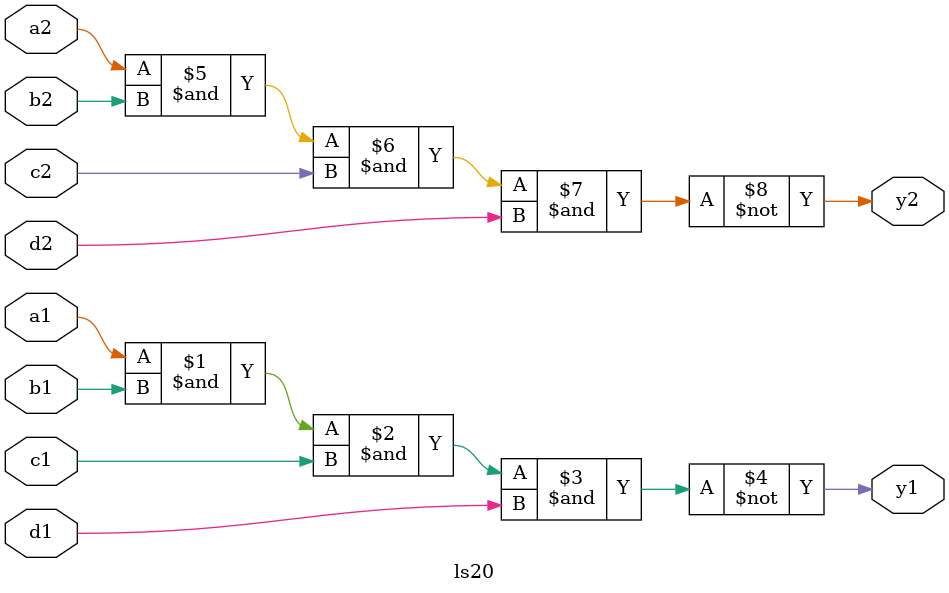
<source format=sv>

/*     _____________
     _|             |_
a1  |_|1          14|_| VCC
     _|             |_                     
b1  |_|2          13|_| d2
     _|             |_
NC  |_|3          12|_| c2
     _|             |_
c1  |_|4          11|_| NC
     _|             |_
d1  |_|5          10|_| b2
     _|             |_
y1  |_|6           9|_| a2
     _|             |_
GND |_|7           8|_| y2
      |_____________|
*/

module ls20
(
	input  a1, b1, c1, d1,
	input  a2, b2, c2, d2,
	output y1, y2
);

assign y1 = ~(a1 & b1 & c1 & d1);
assign y2 = ~(a2 & b2 & c2 & d2);
	
endmodule

</source>
